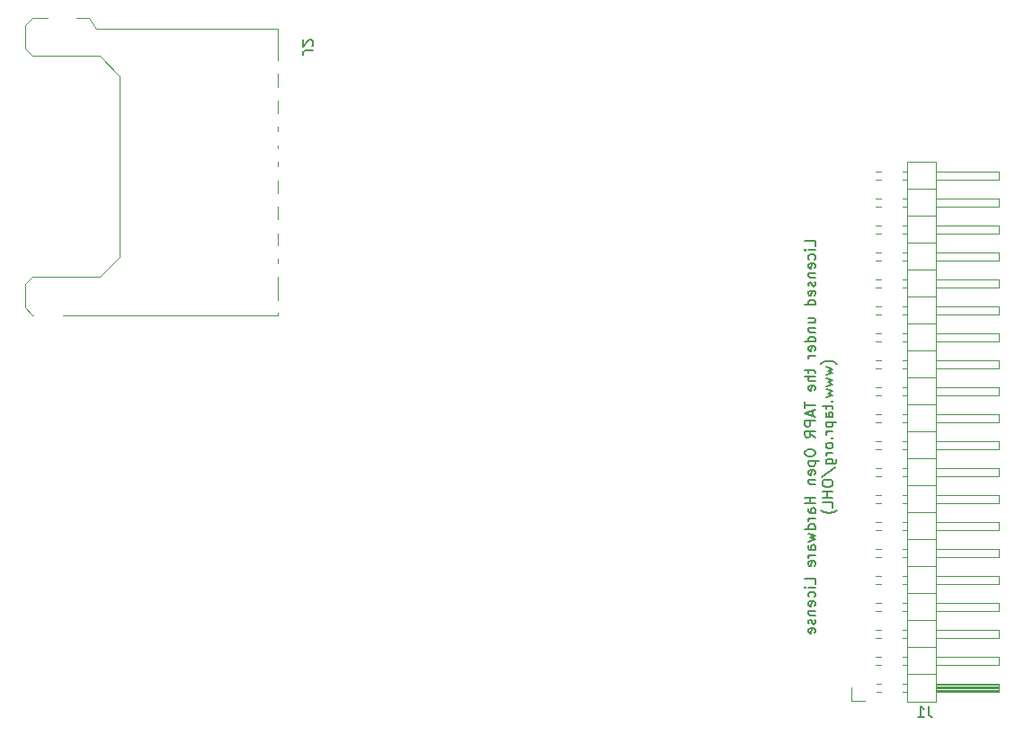
<source format=gbr>
%TF.GenerationSoftware,KiCad,Pcbnew,(5.1.6-0-10_14)*%
%TF.CreationDate,2021-02-13T08:29:22+01:00*%
%TF.ProjectId,vario,76617269-6f2e-46b6-9963-61645f706362,1*%
%TF.SameCoordinates,Original*%
%TF.FileFunction,Legend,Bot*%
%TF.FilePolarity,Positive*%
%FSLAX46Y46*%
G04 Gerber Fmt 4.6, Leading zero omitted, Abs format (unit mm)*
G04 Created by KiCad (PCBNEW (5.1.6-0-10_14)) date 2021-02-13 08:29:22*
%MOMM*%
%LPD*%
G01*
G04 APERTURE LIST*
%ADD10C,0.150000*%
%ADD11C,0.120000*%
G04 APERTURE END LIST*
D10*
X174327380Y-82523809D02*
X174327380Y-82047619D01*
X173327380Y-82047619D01*
X174327380Y-82857142D02*
X173660714Y-82857142D01*
X173327380Y-82857142D02*
X173375000Y-82809523D01*
X173422619Y-82857142D01*
X173375000Y-82904761D01*
X173327380Y-82857142D01*
X173422619Y-82857142D01*
X174279761Y-83761904D02*
X174327380Y-83666666D01*
X174327380Y-83476190D01*
X174279761Y-83380952D01*
X174232142Y-83333333D01*
X174136904Y-83285714D01*
X173851190Y-83285714D01*
X173755952Y-83333333D01*
X173708333Y-83380952D01*
X173660714Y-83476190D01*
X173660714Y-83666666D01*
X173708333Y-83761904D01*
X174279761Y-84571428D02*
X174327380Y-84476190D01*
X174327380Y-84285714D01*
X174279761Y-84190476D01*
X174184523Y-84142857D01*
X173803571Y-84142857D01*
X173708333Y-84190476D01*
X173660714Y-84285714D01*
X173660714Y-84476190D01*
X173708333Y-84571428D01*
X173803571Y-84619047D01*
X173898809Y-84619047D01*
X173994047Y-84142857D01*
X173660714Y-85047619D02*
X174327380Y-85047619D01*
X173755952Y-85047619D02*
X173708333Y-85095238D01*
X173660714Y-85190476D01*
X173660714Y-85333333D01*
X173708333Y-85428571D01*
X173803571Y-85476190D01*
X174327380Y-85476190D01*
X174279761Y-85904761D02*
X174327380Y-86000000D01*
X174327380Y-86190476D01*
X174279761Y-86285714D01*
X174184523Y-86333333D01*
X174136904Y-86333333D01*
X174041666Y-86285714D01*
X173994047Y-86190476D01*
X173994047Y-86047619D01*
X173946428Y-85952380D01*
X173851190Y-85904761D01*
X173803571Y-85904761D01*
X173708333Y-85952380D01*
X173660714Y-86047619D01*
X173660714Y-86190476D01*
X173708333Y-86285714D01*
X174279761Y-87142857D02*
X174327380Y-87047619D01*
X174327380Y-86857142D01*
X174279761Y-86761904D01*
X174184523Y-86714285D01*
X173803571Y-86714285D01*
X173708333Y-86761904D01*
X173660714Y-86857142D01*
X173660714Y-87047619D01*
X173708333Y-87142857D01*
X173803571Y-87190476D01*
X173898809Y-87190476D01*
X173994047Y-86714285D01*
X174327380Y-88047619D02*
X173327380Y-88047619D01*
X174279761Y-88047619D02*
X174327380Y-87952380D01*
X174327380Y-87761904D01*
X174279761Y-87666666D01*
X174232142Y-87619047D01*
X174136904Y-87571428D01*
X173851190Y-87571428D01*
X173755952Y-87619047D01*
X173708333Y-87666666D01*
X173660714Y-87761904D01*
X173660714Y-87952380D01*
X173708333Y-88047619D01*
X173660714Y-89714285D02*
X174327380Y-89714285D01*
X173660714Y-89285714D02*
X174184523Y-89285714D01*
X174279761Y-89333333D01*
X174327380Y-89428571D01*
X174327380Y-89571428D01*
X174279761Y-89666666D01*
X174232142Y-89714285D01*
X173660714Y-90190476D02*
X174327380Y-90190476D01*
X173755952Y-90190476D02*
X173708333Y-90238095D01*
X173660714Y-90333333D01*
X173660714Y-90476190D01*
X173708333Y-90571428D01*
X173803571Y-90619047D01*
X174327380Y-90619047D01*
X174327380Y-91523809D02*
X173327380Y-91523809D01*
X174279761Y-91523809D02*
X174327380Y-91428571D01*
X174327380Y-91238095D01*
X174279761Y-91142857D01*
X174232142Y-91095238D01*
X174136904Y-91047619D01*
X173851190Y-91047619D01*
X173755952Y-91095238D01*
X173708333Y-91142857D01*
X173660714Y-91238095D01*
X173660714Y-91428571D01*
X173708333Y-91523809D01*
X174279761Y-92380952D02*
X174327380Y-92285714D01*
X174327380Y-92095238D01*
X174279761Y-91999999D01*
X174184523Y-91952380D01*
X173803571Y-91952380D01*
X173708333Y-91999999D01*
X173660714Y-92095238D01*
X173660714Y-92285714D01*
X173708333Y-92380952D01*
X173803571Y-92428571D01*
X173898809Y-92428571D01*
X173994047Y-91952380D01*
X174327380Y-92857142D02*
X173660714Y-92857142D01*
X173851190Y-92857142D02*
X173755952Y-92904761D01*
X173708333Y-92952380D01*
X173660714Y-93047619D01*
X173660714Y-93142857D01*
X173660714Y-94095238D02*
X173660714Y-94476190D01*
X173327380Y-94238095D02*
X174184523Y-94238095D01*
X174279761Y-94285714D01*
X174327380Y-94380952D01*
X174327380Y-94476190D01*
X174327380Y-94809523D02*
X173327380Y-94809523D01*
X174327380Y-95238095D02*
X173803571Y-95238095D01*
X173708333Y-95190476D01*
X173660714Y-95095238D01*
X173660714Y-94952380D01*
X173708333Y-94857142D01*
X173755952Y-94809523D01*
X174279761Y-96095238D02*
X174327380Y-95999999D01*
X174327380Y-95809523D01*
X174279761Y-95714285D01*
X174184523Y-95666666D01*
X173803571Y-95666666D01*
X173708333Y-95714285D01*
X173660714Y-95809523D01*
X173660714Y-95999999D01*
X173708333Y-96095238D01*
X173803571Y-96142857D01*
X173898809Y-96142857D01*
X173994047Y-95666666D01*
X173327380Y-97190476D02*
X173327380Y-97761904D01*
X174327380Y-97476190D02*
X173327380Y-97476190D01*
X174041666Y-98047619D02*
X174041666Y-98523809D01*
X174327380Y-97952380D02*
X173327380Y-98285714D01*
X174327380Y-98619047D01*
X174327380Y-98952380D02*
X173327380Y-98952380D01*
X173327380Y-99333333D01*
X173375000Y-99428571D01*
X173422619Y-99476190D01*
X173517857Y-99523809D01*
X173660714Y-99523809D01*
X173755952Y-99476190D01*
X173803571Y-99428571D01*
X173851190Y-99333333D01*
X173851190Y-98952380D01*
X174327380Y-100523809D02*
X173851190Y-100190476D01*
X174327380Y-99952380D02*
X173327380Y-99952380D01*
X173327380Y-100333333D01*
X173375000Y-100428571D01*
X173422619Y-100476190D01*
X173517857Y-100523809D01*
X173660714Y-100523809D01*
X173755952Y-100476190D01*
X173803571Y-100428571D01*
X173851190Y-100333333D01*
X173851190Y-99952380D01*
X173327380Y-101904761D02*
X173327380Y-102095238D01*
X173375000Y-102190476D01*
X173470238Y-102285714D01*
X173660714Y-102333333D01*
X173994047Y-102333333D01*
X174184523Y-102285714D01*
X174279761Y-102190476D01*
X174327380Y-102095238D01*
X174327380Y-101904761D01*
X174279761Y-101809523D01*
X174184523Y-101714285D01*
X173994047Y-101666666D01*
X173660714Y-101666666D01*
X173470238Y-101714285D01*
X173375000Y-101809523D01*
X173327380Y-101904761D01*
X173660714Y-102761904D02*
X174660714Y-102761904D01*
X173708333Y-102761904D02*
X173660714Y-102857142D01*
X173660714Y-103047619D01*
X173708333Y-103142857D01*
X173755952Y-103190476D01*
X173851190Y-103238095D01*
X174136904Y-103238095D01*
X174232142Y-103190476D01*
X174279761Y-103142857D01*
X174327380Y-103047619D01*
X174327380Y-102857142D01*
X174279761Y-102761904D01*
X174279761Y-104047619D02*
X174327380Y-103952380D01*
X174327380Y-103761904D01*
X174279761Y-103666666D01*
X174184523Y-103619047D01*
X173803571Y-103619047D01*
X173708333Y-103666666D01*
X173660714Y-103761904D01*
X173660714Y-103952380D01*
X173708333Y-104047619D01*
X173803571Y-104095238D01*
X173898809Y-104095238D01*
X173994047Y-103619047D01*
X173660714Y-104523809D02*
X174327380Y-104523809D01*
X173755952Y-104523809D02*
X173708333Y-104571428D01*
X173660714Y-104666666D01*
X173660714Y-104809523D01*
X173708333Y-104904761D01*
X173803571Y-104952380D01*
X174327380Y-104952380D01*
X174327380Y-106190476D02*
X173327380Y-106190476D01*
X173803571Y-106190476D02*
X173803571Y-106761904D01*
X174327380Y-106761904D02*
X173327380Y-106761904D01*
X174327380Y-107666666D02*
X173803571Y-107666666D01*
X173708333Y-107619047D01*
X173660714Y-107523809D01*
X173660714Y-107333333D01*
X173708333Y-107238095D01*
X174279761Y-107666666D02*
X174327380Y-107571428D01*
X174327380Y-107333333D01*
X174279761Y-107238095D01*
X174184523Y-107190476D01*
X174089285Y-107190476D01*
X173994047Y-107238095D01*
X173946428Y-107333333D01*
X173946428Y-107571428D01*
X173898809Y-107666666D01*
X174327380Y-108142857D02*
X173660714Y-108142857D01*
X173851190Y-108142857D02*
X173755952Y-108190476D01*
X173708333Y-108238095D01*
X173660714Y-108333333D01*
X173660714Y-108428571D01*
X174327380Y-109190476D02*
X173327380Y-109190476D01*
X174279761Y-109190476D02*
X174327380Y-109095238D01*
X174327380Y-108904761D01*
X174279761Y-108809523D01*
X174232142Y-108761904D01*
X174136904Y-108714285D01*
X173851190Y-108714285D01*
X173755952Y-108761904D01*
X173708333Y-108809523D01*
X173660714Y-108904761D01*
X173660714Y-109095238D01*
X173708333Y-109190476D01*
X173660714Y-109571428D02*
X174327380Y-109761904D01*
X173851190Y-109952380D01*
X174327380Y-110142857D01*
X173660714Y-110333333D01*
X174327380Y-111142857D02*
X173803571Y-111142857D01*
X173708333Y-111095238D01*
X173660714Y-110999999D01*
X173660714Y-110809523D01*
X173708333Y-110714285D01*
X174279761Y-111142857D02*
X174327380Y-111047619D01*
X174327380Y-110809523D01*
X174279761Y-110714285D01*
X174184523Y-110666666D01*
X174089285Y-110666666D01*
X173994047Y-110714285D01*
X173946428Y-110809523D01*
X173946428Y-111047619D01*
X173898809Y-111142857D01*
X174327380Y-111619047D02*
X173660714Y-111619047D01*
X173851190Y-111619047D02*
X173755952Y-111666666D01*
X173708333Y-111714285D01*
X173660714Y-111809523D01*
X173660714Y-111904761D01*
X174279761Y-112619047D02*
X174327380Y-112523809D01*
X174327380Y-112333333D01*
X174279761Y-112238095D01*
X174184523Y-112190476D01*
X173803571Y-112190476D01*
X173708333Y-112238095D01*
X173660714Y-112333333D01*
X173660714Y-112523809D01*
X173708333Y-112619047D01*
X173803571Y-112666666D01*
X173898809Y-112666666D01*
X173994047Y-112190476D01*
X174327380Y-114333333D02*
X174327380Y-113857142D01*
X173327380Y-113857142D01*
X174327380Y-114666666D02*
X173660714Y-114666666D01*
X173327380Y-114666666D02*
X173375000Y-114619047D01*
X173422619Y-114666666D01*
X173375000Y-114714285D01*
X173327380Y-114666666D01*
X173422619Y-114666666D01*
X174279761Y-115571428D02*
X174327380Y-115476190D01*
X174327380Y-115285714D01*
X174279761Y-115190476D01*
X174232142Y-115142857D01*
X174136904Y-115095238D01*
X173851190Y-115095238D01*
X173755952Y-115142857D01*
X173708333Y-115190476D01*
X173660714Y-115285714D01*
X173660714Y-115476190D01*
X173708333Y-115571428D01*
X174279761Y-116380952D02*
X174327380Y-116285714D01*
X174327380Y-116095238D01*
X174279761Y-115999999D01*
X174184523Y-115952380D01*
X173803571Y-115952380D01*
X173708333Y-115999999D01*
X173660714Y-116095238D01*
X173660714Y-116285714D01*
X173708333Y-116380952D01*
X173803571Y-116428571D01*
X173898809Y-116428571D01*
X173994047Y-115952380D01*
X173660714Y-116857142D02*
X174327380Y-116857142D01*
X173755952Y-116857142D02*
X173708333Y-116904761D01*
X173660714Y-116999999D01*
X173660714Y-117142857D01*
X173708333Y-117238095D01*
X173803571Y-117285714D01*
X174327380Y-117285714D01*
X174279761Y-117714285D02*
X174327380Y-117809523D01*
X174327380Y-117999999D01*
X174279761Y-118095238D01*
X174184523Y-118142857D01*
X174136904Y-118142857D01*
X174041666Y-118095238D01*
X173994047Y-117999999D01*
X173994047Y-117857142D01*
X173946428Y-117761904D01*
X173851190Y-117714285D01*
X173803571Y-117714285D01*
X173708333Y-117761904D01*
X173660714Y-117857142D01*
X173660714Y-117999999D01*
X173708333Y-118095238D01*
X174279761Y-118952380D02*
X174327380Y-118857142D01*
X174327380Y-118666666D01*
X174279761Y-118571428D01*
X174184523Y-118523809D01*
X173803571Y-118523809D01*
X173708333Y-118571428D01*
X173660714Y-118666666D01*
X173660714Y-118857142D01*
X173708333Y-118952380D01*
X173803571Y-118999999D01*
X173898809Y-118999999D01*
X173994047Y-118523809D01*
X176358333Y-93619047D02*
X176310714Y-93571428D01*
X176167857Y-93476190D01*
X176072619Y-93428571D01*
X175929761Y-93380952D01*
X175691666Y-93333333D01*
X175501190Y-93333333D01*
X175263095Y-93380952D01*
X175120238Y-93428571D01*
X175025000Y-93476190D01*
X174882142Y-93571428D01*
X174834523Y-93619047D01*
X175310714Y-93904761D02*
X175977380Y-94095238D01*
X175501190Y-94285714D01*
X175977380Y-94476190D01*
X175310714Y-94666666D01*
X175310714Y-94952380D02*
X175977380Y-95142857D01*
X175501190Y-95333333D01*
X175977380Y-95523809D01*
X175310714Y-95714285D01*
X175310714Y-96000000D02*
X175977380Y-96190476D01*
X175501190Y-96380952D01*
X175977380Y-96571428D01*
X175310714Y-96761904D01*
X175882142Y-97142857D02*
X175929761Y-97190476D01*
X175977380Y-97142857D01*
X175929761Y-97095238D01*
X175882142Y-97142857D01*
X175977380Y-97142857D01*
X175310714Y-97476190D02*
X175310714Y-97857142D01*
X174977380Y-97619047D02*
X175834523Y-97619047D01*
X175929761Y-97666666D01*
X175977380Y-97761904D01*
X175977380Y-97857142D01*
X175977380Y-98619047D02*
X175453571Y-98619047D01*
X175358333Y-98571428D01*
X175310714Y-98476190D01*
X175310714Y-98285714D01*
X175358333Y-98190476D01*
X175929761Y-98619047D02*
X175977380Y-98523809D01*
X175977380Y-98285714D01*
X175929761Y-98190476D01*
X175834523Y-98142857D01*
X175739285Y-98142857D01*
X175644047Y-98190476D01*
X175596428Y-98285714D01*
X175596428Y-98523809D01*
X175548809Y-98619047D01*
X175310714Y-99095238D02*
X176310714Y-99095238D01*
X175358333Y-99095238D02*
X175310714Y-99190476D01*
X175310714Y-99380952D01*
X175358333Y-99476190D01*
X175405952Y-99523809D01*
X175501190Y-99571428D01*
X175786904Y-99571428D01*
X175882142Y-99523809D01*
X175929761Y-99476190D01*
X175977380Y-99380952D01*
X175977380Y-99190476D01*
X175929761Y-99095238D01*
X175977380Y-100000000D02*
X175310714Y-100000000D01*
X175501190Y-100000000D02*
X175405952Y-100047619D01*
X175358333Y-100095238D01*
X175310714Y-100190476D01*
X175310714Y-100285714D01*
X175882142Y-100619047D02*
X175929761Y-100666666D01*
X175977380Y-100619047D01*
X175929761Y-100571428D01*
X175882142Y-100619047D01*
X175977380Y-100619047D01*
X175977380Y-101238095D02*
X175929761Y-101142857D01*
X175882142Y-101095238D01*
X175786904Y-101047619D01*
X175501190Y-101047619D01*
X175405952Y-101095238D01*
X175358333Y-101142857D01*
X175310714Y-101238095D01*
X175310714Y-101380952D01*
X175358333Y-101476190D01*
X175405952Y-101523809D01*
X175501190Y-101571428D01*
X175786904Y-101571428D01*
X175882142Y-101523809D01*
X175929761Y-101476190D01*
X175977380Y-101380952D01*
X175977380Y-101238095D01*
X175977380Y-102000000D02*
X175310714Y-102000000D01*
X175501190Y-102000000D02*
X175405952Y-102047619D01*
X175358333Y-102095238D01*
X175310714Y-102190476D01*
X175310714Y-102285714D01*
X175310714Y-103047619D02*
X176120238Y-103047619D01*
X176215476Y-103000000D01*
X176263095Y-102952380D01*
X176310714Y-102857142D01*
X176310714Y-102714285D01*
X176263095Y-102619047D01*
X175929761Y-103047619D02*
X175977380Y-102952380D01*
X175977380Y-102761904D01*
X175929761Y-102666666D01*
X175882142Y-102619047D01*
X175786904Y-102571428D01*
X175501190Y-102571428D01*
X175405952Y-102619047D01*
X175358333Y-102666666D01*
X175310714Y-102761904D01*
X175310714Y-102952380D01*
X175358333Y-103047619D01*
X174929761Y-104238095D02*
X176215476Y-103380952D01*
X174977380Y-104761904D02*
X174977380Y-104952380D01*
X175025000Y-105047619D01*
X175120238Y-105142857D01*
X175310714Y-105190476D01*
X175644047Y-105190476D01*
X175834523Y-105142857D01*
X175929761Y-105047619D01*
X175977380Y-104952380D01*
X175977380Y-104761904D01*
X175929761Y-104666666D01*
X175834523Y-104571428D01*
X175644047Y-104523809D01*
X175310714Y-104523809D01*
X175120238Y-104571428D01*
X175025000Y-104666666D01*
X174977380Y-104761904D01*
X175977380Y-105619047D02*
X174977380Y-105619047D01*
X175453571Y-105619047D02*
X175453571Y-106190476D01*
X175977380Y-106190476D02*
X174977380Y-106190476D01*
X175977380Y-107142857D02*
X175977380Y-106666666D01*
X174977380Y-106666666D01*
X176358333Y-107380952D02*
X176310714Y-107428571D01*
X176167857Y-107523809D01*
X176072619Y-107571428D01*
X175929761Y-107619047D01*
X175691666Y-107666666D01*
X175501190Y-107666666D01*
X175263095Y-107619047D01*
X175120238Y-107571428D01*
X175025000Y-107523809D01*
X174882142Y-107428571D01*
X174834523Y-107380952D01*
D11*
%TO.C,J2*%
X99900000Y-88300000D02*
X99900000Y-86100000D01*
X100600000Y-85400000D02*
X99900000Y-86100000D01*
X100600000Y-85400000D02*
X106900000Y-85400000D01*
X100700000Y-89000000D02*
X100600000Y-89000000D01*
X123700000Y-89000000D02*
X103500000Y-89000000D01*
X99900000Y-88300000D02*
X100600000Y-89000000D01*
X99900000Y-61700000D02*
X99900000Y-63900000D01*
X100600000Y-64600000D02*
X99900000Y-63900000D01*
X100600000Y-64600000D02*
X106900000Y-64600000D01*
X102000000Y-61000000D02*
X100600000Y-61000000D01*
X99900000Y-61700000D02*
X100600000Y-61000000D01*
X108800000Y-83500000D02*
X108800000Y-66500000D01*
X108800000Y-83500000D02*
X106900000Y-85400000D01*
X108800000Y-66500000D02*
X106900000Y-64600000D01*
X106600000Y-62000000D02*
X123700000Y-62000000D01*
X105900000Y-61000000D02*
X104700000Y-61000000D01*
X105900000Y-61000000D02*
X106600000Y-62000000D01*
X123700000Y-88800000D02*
X123700000Y-89000000D01*
X123700000Y-62000000D02*
X123700000Y-65000000D01*
X123700000Y-66300000D02*
X123700000Y-67500000D01*
X123700000Y-68800000D02*
X123700000Y-70000000D01*
X123700000Y-71300000D02*
X123700000Y-71700000D01*
X123700000Y-73000000D02*
X123700000Y-73300000D01*
X123700000Y-74600000D02*
X123700000Y-75000000D01*
X123700000Y-76300000D02*
X123700000Y-77500000D01*
X123700000Y-78800000D02*
X123700000Y-80000000D01*
X123700000Y-81300000D02*
X123700000Y-82400000D01*
X123700000Y-83700000D02*
X123700000Y-84100000D01*
X123700000Y-85400000D02*
X123700000Y-87600000D01*
%TO.C,J1*%
X182980000Y-125460000D02*
X182980000Y-74540000D01*
X182980000Y-74540000D02*
X185640000Y-74540000D01*
X185640000Y-74540000D02*
X185640000Y-125460000D01*
X185640000Y-125460000D02*
X182980000Y-125460000D01*
X185640000Y-124510000D02*
X191640000Y-124510000D01*
X191640000Y-124510000D02*
X191640000Y-123750000D01*
X191640000Y-123750000D02*
X185640000Y-123750000D01*
X185640000Y-124450000D02*
X191640000Y-124450000D01*
X185640000Y-124330000D02*
X191640000Y-124330000D01*
X185640000Y-124210000D02*
X191640000Y-124210000D01*
X185640000Y-124090000D02*
X191640000Y-124090000D01*
X185640000Y-123970000D02*
X191640000Y-123970000D01*
X185640000Y-123850000D02*
X191640000Y-123850000D01*
X182582929Y-124510000D02*
X182980000Y-124510000D01*
X182582929Y-123750000D02*
X182980000Y-123750000D01*
X180110000Y-124510000D02*
X180497071Y-124510000D01*
X180110000Y-123750000D02*
X180497071Y-123750000D01*
X182980000Y-122860000D02*
X185640000Y-122860000D01*
X185640000Y-121970000D02*
X191640000Y-121970000D01*
X191640000Y-121970000D02*
X191640000Y-121210000D01*
X191640000Y-121210000D02*
X185640000Y-121210000D01*
X182582929Y-121970000D02*
X182980000Y-121970000D01*
X182582929Y-121210000D02*
X182980000Y-121210000D01*
X180042929Y-121970000D02*
X180497071Y-121970000D01*
X180042929Y-121210000D02*
X180497071Y-121210000D01*
X182980000Y-120320000D02*
X185640000Y-120320000D01*
X185640000Y-119430000D02*
X191640000Y-119430000D01*
X191640000Y-119430000D02*
X191640000Y-118670000D01*
X191640000Y-118670000D02*
X185640000Y-118670000D01*
X182582929Y-119430000D02*
X182980000Y-119430000D01*
X182582929Y-118670000D02*
X182980000Y-118670000D01*
X180042929Y-119430000D02*
X180497071Y-119430000D01*
X180042929Y-118670000D02*
X180497071Y-118670000D01*
X182980000Y-117780000D02*
X185640000Y-117780000D01*
X185640000Y-116890000D02*
X191640000Y-116890000D01*
X191640000Y-116890000D02*
X191640000Y-116130000D01*
X191640000Y-116130000D02*
X185640000Y-116130000D01*
X182582929Y-116890000D02*
X182980000Y-116890000D01*
X182582929Y-116130000D02*
X182980000Y-116130000D01*
X180042929Y-116890000D02*
X180497071Y-116890000D01*
X180042929Y-116130000D02*
X180497071Y-116130000D01*
X182980000Y-115240000D02*
X185640000Y-115240000D01*
X185640000Y-114350000D02*
X191640000Y-114350000D01*
X191640000Y-114350000D02*
X191640000Y-113590000D01*
X191640000Y-113590000D02*
X185640000Y-113590000D01*
X182582929Y-114350000D02*
X182980000Y-114350000D01*
X182582929Y-113590000D02*
X182980000Y-113590000D01*
X180042929Y-114350000D02*
X180497071Y-114350000D01*
X180042929Y-113590000D02*
X180497071Y-113590000D01*
X182980000Y-112700000D02*
X185640000Y-112700000D01*
X185640000Y-111810000D02*
X191640000Y-111810000D01*
X191640000Y-111810000D02*
X191640000Y-111050000D01*
X191640000Y-111050000D02*
X185640000Y-111050000D01*
X182582929Y-111810000D02*
X182980000Y-111810000D01*
X182582929Y-111050000D02*
X182980000Y-111050000D01*
X180042929Y-111810000D02*
X180497071Y-111810000D01*
X180042929Y-111050000D02*
X180497071Y-111050000D01*
X182980000Y-110160000D02*
X185640000Y-110160000D01*
X185640000Y-109270000D02*
X191640000Y-109270000D01*
X191640000Y-109270000D02*
X191640000Y-108510000D01*
X191640000Y-108510000D02*
X185640000Y-108510000D01*
X182582929Y-109270000D02*
X182980000Y-109270000D01*
X182582929Y-108510000D02*
X182980000Y-108510000D01*
X180042929Y-109270000D02*
X180497071Y-109270000D01*
X180042929Y-108510000D02*
X180497071Y-108510000D01*
X182980000Y-107620000D02*
X185640000Y-107620000D01*
X185640000Y-106730000D02*
X191640000Y-106730000D01*
X191640000Y-106730000D02*
X191640000Y-105970000D01*
X191640000Y-105970000D02*
X185640000Y-105970000D01*
X182582929Y-106730000D02*
X182980000Y-106730000D01*
X182582929Y-105970000D02*
X182980000Y-105970000D01*
X180042929Y-106730000D02*
X180497071Y-106730000D01*
X180042929Y-105970000D02*
X180497071Y-105970000D01*
X182980000Y-105080000D02*
X185640000Y-105080000D01*
X185640000Y-104190000D02*
X191640000Y-104190000D01*
X191640000Y-104190000D02*
X191640000Y-103430000D01*
X191640000Y-103430000D02*
X185640000Y-103430000D01*
X182582929Y-104190000D02*
X182980000Y-104190000D01*
X182582929Y-103430000D02*
X182980000Y-103430000D01*
X180042929Y-104190000D02*
X180497071Y-104190000D01*
X180042929Y-103430000D02*
X180497071Y-103430000D01*
X182980000Y-102540000D02*
X185640000Y-102540000D01*
X185640000Y-101650000D02*
X191640000Y-101650000D01*
X191640000Y-101650000D02*
X191640000Y-100890000D01*
X191640000Y-100890000D02*
X185640000Y-100890000D01*
X182582929Y-101650000D02*
X182980000Y-101650000D01*
X182582929Y-100890000D02*
X182980000Y-100890000D01*
X180042929Y-101650000D02*
X180497071Y-101650000D01*
X180042929Y-100890000D02*
X180497071Y-100890000D01*
X182980000Y-100000000D02*
X185640000Y-100000000D01*
X185640000Y-99110000D02*
X191640000Y-99110000D01*
X191640000Y-99110000D02*
X191640000Y-98350000D01*
X191640000Y-98350000D02*
X185640000Y-98350000D01*
X182582929Y-99110000D02*
X182980000Y-99110000D01*
X182582929Y-98350000D02*
X182980000Y-98350000D01*
X180042929Y-99110000D02*
X180497071Y-99110000D01*
X180042929Y-98350000D02*
X180497071Y-98350000D01*
X182980000Y-97460000D02*
X185640000Y-97460000D01*
X185640000Y-96570000D02*
X191640000Y-96570000D01*
X191640000Y-96570000D02*
X191640000Y-95810000D01*
X191640000Y-95810000D02*
X185640000Y-95810000D01*
X182582929Y-96570000D02*
X182980000Y-96570000D01*
X182582929Y-95810000D02*
X182980000Y-95810000D01*
X180042929Y-96570000D02*
X180497071Y-96570000D01*
X180042929Y-95810000D02*
X180497071Y-95810000D01*
X182980000Y-94920000D02*
X185640000Y-94920000D01*
X185640000Y-94030000D02*
X191640000Y-94030000D01*
X191640000Y-94030000D02*
X191640000Y-93270000D01*
X191640000Y-93270000D02*
X185640000Y-93270000D01*
X182582929Y-94030000D02*
X182980000Y-94030000D01*
X182582929Y-93270000D02*
X182980000Y-93270000D01*
X180042929Y-94030000D02*
X180497071Y-94030000D01*
X180042929Y-93270000D02*
X180497071Y-93270000D01*
X182980000Y-92380000D02*
X185640000Y-92380000D01*
X185640000Y-91490000D02*
X191640000Y-91490000D01*
X191640000Y-91490000D02*
X191640000Y-90730000D01*
X191640000Y-90730000D02*
X185640000Y-90730000D01*
X182582929Y-91490000D02*
X182980000Y-91490000D01*
X182582929Y-90730000D02*
X182980000Y-90730000D01*
X180042929Y-91490000D02*
X180497071Y-91490000D01*
X180042929Y-90730000D02*
X180497071Y-90730000D01*
X182980000Y-89840000D02*
X185640000Y-89840000D01*
X185640000Y-88950000D02*
X191640000Y-88950000D01*
X191640000Y-88950000D02*
X191640000Y-88190000D01*
X191640000Y-88190000D02*
X185640000Y-88190000D01*
X182582929Y-88950000D02*
X182980000Y-88950000D01*
X182582929Y-88190000D02*
X182980000Y-88190000D01*
X180042929Y-88950000D02*
X180497071Y-88950000D01*
X180042929Y-88190000D02*
X180497071Y-88190000D01*
X182980000Y-87300000D02*
X185640000Y-87300000D01*
X185640000Y-86410000D02*
X191640000Y-86410000D01*
X191640000Y-86410000D02*
X191640000Y-85650000D01*
X191640000Y-85650000D02*
X185640000Y-85650000D01*
X182582929Y-86410000D02*
X182980000Y-86410000D01*
X182582929Y-85650000D02*
X182980000Y-85650000D01*
X180042929Y-86410000D02*
X180497071Y-86410000D01*
X180042929Y-85650000D02*
X180497071Y-85650000D01*
X182980000Y-84760000D02*
X185640000Y-84760000D01*
X185640000Y-83870000D02*
X191640000Y-83870000D01*
X191640000Y-83870000D02*
X191640000Y-83110000D01*
X191640000Y-83110000D02*
X185640000Y-83110000D01*
X182582929Y-83870000D02*
X182980000Y-83870000D01*
X182582929Y-83110000D02*
X182980000Y-83110000D01*
X180042929Y-83870000D02*
X180497071Y-83870000D01*
X180042929Y-83110000D02*
X180497071Y-83110000D01*
X182980000Y-82220000D02*
X185640000Y-82220000D01*
X185640000Y-81330000D02*
X191640000Y-81330000D01*
X191640000Y-81330000D02*
X191640000Y-80570000D01*
X191640000Y-80570000D02*
X185640000Y-80570000D01*
X182582929Y-81330000D02*
X182980000Y-81330000D01*
X182582929Y-80570000D02*
X182980000Y-80570000D01*
X180042929Y-81330000D02*
X180497071Y-81330000D01*
X180042929Y-80570000D02*
X180497071Y-80570000D01*
X182980000Y-79680000D02*
X185640000Y-79680000D01*
X185640000Y-78790000D02*
X191640000Y-78790000D01*
X191640000Y-78790000D02*
X191640000Y-78030000D01*
X191640000Y-78030000D02*
X185640000Y-78030000D01*
X182582929Y-78790000D02*
X182980000Y-78790000D01*
X182582929Y-78030000D02*
X182980000Y-78030000D01*
X180042929Y-78790000D02*
X180497071Y-78790000D01*
X180042929Y-78030000D02*
X180497071Y-78030000D01*
X182980000Y-77140000D02*
X185640000Y-77140000D01*
X185640000Y-76250000D02*
X191640000Y-76250000D01*
X191640000Y-76250000D02*
X191640000Y-75490000D01*
X191640000Y-75490000D02*
X185640000Y-75490000D01*
X182582929Y-76250000D02*
X182980000Y-76250000D01*
X182582929Y-75490000D02*
X182980000Y-75490000D01*
X180042929Y-76250000D02*
X180497071Y-76250000D01*
X180042929Y-75490000D02*
X180497071Y-75490000D01*
X177730000Y-124130000D02*
X177730000Y-125400000D01*
X177730000Y-125400000D02*
X179000000Y-125400000D01*
%TO.C,J2*%
D10*
X127047619Y-64083333D02*
X126333333Y-64083333D01*
X126190476Y-64130952D01*
X126095238Y-64226190D01*
X126047619Y-64369047D01*
X126047619Y-64464285D01*
X126952380Y-63654761D02*
X127000000Y-63607142D01*
X127047619Y-63511904D01*
X127047619Y-63273809D01*
X127000000Y-63178571D01*
X126952380Y-63130952D01*
X126857142Y-63083333D01*
X126761904Y-63083333D01*
X126619047Y-63130952D01*
X126047619Y-63702380D01*
X126047619Y-63083333D01*
%TO.C,J1*%
X184988333Y-125852380D02*
X184988333Y-126566666D01*
X185035952Y-126709523D01*
X185131190Y-126804761D01*
X185274047Y-126852380D01*
X185369285Y-126852380D01*
X183988333Y-126852380D02*
X184559761Y-126852380D01*
X184274047Y-126852380D02*
X184274047Y-125852380D01*
X184369285Y-125995238D01*
X184464523Y-126090476D01*
X184559761Y-126138095D01*
%TD*%
M02*

</source>
